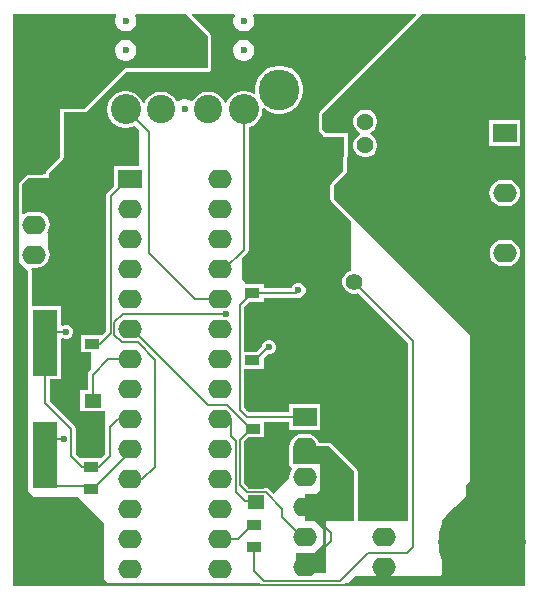
<source format=gtl>
G04*
G04 #@! TF.GenerationSoftware,Altium Limited,Altium Designer,23.4.1 (23)*
G04*
G04 Layer_Physical_Order=1*
G04 Layer_Color=255*
%FSLAX25Y25*%
%MOIN*%
G70*
G04*
G04 #@! TF.SameCoordinates,5AF0CE37-35B5-4E80-83E5-E584D9E567D1*
G04*
G04*
G04 #@! TF.FilePolarity,Positive*
G04*
G01*
G75*
%ADD11C,0.00787*%
%ADD27R,0.05709X0.04724*%
%ADD28R,0.05118X0.03543*%
%ADD29R,0.03543X0.05118*%
%ADD30R,0.08268X0.22047*%
%ADD31C,0.13583*%
%ADD32C,0.05543*%
%ADD33O,0.07874X0.06299*%
%ADD34R,0.07874X0.06299*%
%ADD35C,0.05634*%
%ADD36R,0.05634X0.05634*%
%ADD37C,0.29134*%
%ADD38C,0.10039*%
%ADD39C,0.09449*%
%ADD40C,0.02362*%
G36*
X135630Y191270D02*
X103479Y159119D01*
X103218Y158729D01*
X103127Y158268D01*
X103127Y158268D01*
Y153150D01*
X103218Y152689D01*
X103479Y152298D01*
X103479Y152298D01*
X104639Y151139D01*
X105029Y150877D01*
X105490Y150786D01*
X105490Y150786D01*
X111573D01*
Y144586D01*
X111486Y144455D01*
X111394Y143994D01*
Y139475D01*
X107416Y135497D01*
X107155Y135107D01*
X107063Y134646D01*
X107063Y134646D01*
Y129921D01*
X107063Y129921D01*
X107155Y129460D01*
X107416Y129070D01*
X113779Y122706D01*
Y106236D01*
X113435Y106144D01*
X112534Y105624D01*
X111798Y104888D01*
X111277Y103986D01*
X111008Y102981D01*
Y101940D01*
X111277Y100935D01*
X111798Y100034D01*
X112534Y99298D01*
X113435Y98777D01*
X114440Y98508D01*
X115481D01*
X116397Y98753D01*
X133040Y82111D01*
Y22835D01*
X116165D01*
Y39370D01*
X116073Y39831D01*
X115812Y40222D01*
X107544Y48489D01*
X107154Y48750D01*
X106693Y48842D01*
X106693Y48842D01*
X103312D01*
X102996Y49605D01*
X102301Y50510D01*
X101397Y51204D01*
X100343Y51640D01*
X99213Y51789D01*
X97638D01*
X96507Y51640D01*
X95454Y51204D01*
X94549Y50510D01*
X93855Y49605D01*
X93419Y48552D01*
X93326Y47851D01*
X93284Y47638D01*
Y47529D01*
X93270Y47421D01*
X93284Y47313D01*
Y41732D01*
X93376Y41271D01*
X93637Y40881D01*
X94011Y40630D01*
X94029Y40616D01*
X94214Y40073D01*
X93855Y39605D01*
X93419Y38552D01*
X93270Y37421D01*
X93322Y37023D01*
X88135Y31836D01*
X86545Y33427D01*
X86024Y33775D01*
X85410Y33897D01*
X85409Y33897D01*
X79807D01*
X78377Y35326D01*
Y49236D01*
X79731Y50590D01*
X84941D01*
Y55816D01*
X93307D01*
Y53091D01*
X103543D01*
Y61752D01*
X93307D01*
Y59027D01*
X79858D01*
X78377Y60508D01*
Y73327D01*
X84744D01*
Y76961D01*
X86120Y78338D01*
X86127Y78335D01*
X87067D01*
X87935Y78694D01*
X88599Y79359D01*
X88959Y80227D01*
Y81167D01*
X88599Y82035D01*
X87935Y82699D01*
X87067Y83059D01*
X86127D01*
X85259Y82699D01*
X84594Y82035D01*
X84235Y81167D01*
Y80994D01*
X82473Y79232D01*
X78377D01*
Y93922D01*
X80322Y95866D01*
X84744D01*
Y97213D01*
X95619D01*
X95619Y97213D01*
X95862Y97262D01*
X95927Y97235D01*
X96867D01*
X97735Y97594D01*
X98399Y98259D01*
X98759Y99127D01*
Y100067D01*
X98399Y100935D01*
X97735Y101599D01*
X96867Y101959D01*
X95927D01*
X95059Y101599D01*
X94394Y100935D01*
X94183Y100425D01*
X84744D01*
Y101772D01*
X78803D01*
X78611Y102234D01*
X78740Y102362D01*
X77559Y103543D01*
Y110328D01*
X79285Y112054D01*
X79285Y112054D01*
X79633Y112575D01*
X79755Y113189D01*
Y153938D01*
X79958Y153978D01*
X81087Y154446D01*
X82102Y155124D01*
X82966Y155988D01*
X83645Y157004D01*
X84112Y158132D01*
X84350Y159330D01*
Y160203D01*
X84850Y160410D01*
X84918Y160343D01*
X86224Y159470D01*
X87675Y158869D01*
X89215Y158563D01*
X90785D01*
X92326Y158869D01*
X93776Y159470D01*
X95082Y160343D01*
X96193Y161453D01*
X97065Y162759D01*
X97666Y164210D01*
X97973Y165750D01*
Y167321D01*
X97666Y168861D01*
X97065Y170312D01*
X96193Y171618D01*
X95082Y172728D01*
X93776Y173600D01*
X92326Y174202D01*
X90785Y174508D01*
X89215D01*
X87675Y174202D01*
X86224Y173600D01*
X84918Y172728D01*
X83807Y171618D01*
X82935Y170312D01*
X82334Y168861D01*
X82028Y167321D01*
Y165750D01*
X82106Y165356D01*
X81656Y165056D01*
X81087Y165436D01*
X79958Y165903D01*
X78760Y166142D01*
X77539D01*
X76341Y165903D01*
X75213Y165436D01*
X74197Y164757D01*
X73333Y163894D01*
X72655Y162878D01*
X72355Y162155D01*
X71814Y162155D01*
X71572Y162738D01*
X70926Y163705D01*
X70103Y164528D01*
X69136Y165174D01*
X68061Y165619D01*
X66920Y165846D01*
X65757D01*
X64616Y165619D01*
X63541Y165174D01*
X62574Y164528D01*
X61752Y163705D01*
X61217Y162906D01*
X60697Y162788D01*
X60592Y162804D01*
X59832Y163243D01*
X58931Y163484D01*
X57998D01*
X57097Y163243D01*
X56338Y162804D01*
X56232Y162788D01*
X55712Y162906D01*
X55178Y163705D01*
X54355Y164528D01*
X53388Y165174D01*
X52313Y165619D01*
X51172Y165846D01*
X50009D01*
X48868Y165619D01*
X47793Y165174D01*
X46826Y164528D01*
X46003Y163705D01*
X45357Y162738D01*
X45115Y162154D01*
X44574D01*
X44275Y162878D01*
X43596Y163894D01*
X42732Y164757D01*
X41717Y165436D01*
X40588Y165903D01*
X39390Y166142D01*
X38169D01*
X36971Y165903D01*
X35842Y165436D01*
X34827Y164757D01*
X33963Y163894D01*
X33284Y162878D01*
X32817Y161749D01*
X32579Y160552D01*
Y159330D01*
X32817Y158132D01*
X33284Y157004D01*
X33963Y155988D01*
X34827Y155124D01*
X35842Y154446D01*
X36971Y153978D01*
X38169Y153740D01*
X39390D01*
X40588Y153978D01*
X41717Y154446D01*
X41889Y154561D01*
X43307Y153142D01*
Y141024D01*
X35039D01*
Y134487D01*
X32617Y132064D01*
X32269Y131543D01*
X32146Y130929D01*
X32146Y130929D01*
Y86017D01*
X30972Y84843D01*
X23917D01*
Y78937D01*
X27165D01*
Y73232D01*
X26621Y72687D01*
X26272Y72166D01*
X26150Y71552D01*
X26150Y71552D01*
Y66437D01*
X23720D01*
Y59350D01*
X31791D01*
X31890Y58891D01*
Y45061D01*
X30530Y43701D01*
X23524D01*
X23524Y43701D01*
Y43701D01*
X23165Y43999D01*
X22103Y45062D01*
Y53519D01*
X22103Y53519D01*
X21980Y54133D01*
X21632Y54654D01*
X13613Y62673D01*
Y69980D01*
X17323D01*
Y83477D01*
X17823Y83726D01*
X18527Y83435D01*
X19467D01*
X20335Y83794D01*
X20999Y84459D01*
X21359Y85327D01*
Y86267D01*
X20999Y87135D01*
X20335Y87799D01*
X19467Y88159D01*
X18527D01*
X17823Y87867D01*
X17323Y88117D01*
Y94390D01*
X7503D01*
Y105952D01*
X7503Y105952D01*
X7412Y106413D01*
X7251Y106654D01*
X7453Y107072D01*
X7516Y107128D01*
X9055D01*
X10186Y107277D01*
X11239Y107713D01*
X12144Y108407D01*
X12838Y109312D01*
X13274Y110365D01*
X13423Y111496D01*
X13274Y112627D01*
X12838Y113680D01*
X12784Y113751D01*
X12992Y114173D01*
X12992D01*
Y118504D01*
X12783D01*
X12562Y118952D01*
X12838Y119312D01*
X13274Y120366D01*
X13423Y121496D01*
X13274Y122627D01*
X12838Y123680D01*
X12144Y124585D01*
X11239Y125279D01*
X10186Y125715D01*
X9055Y125864D01*
X7480D01*
X6350Y125715D01*
X5296Y125279D01*
X4854Y124940D01*
X4354Y125186D01*
Y131212D01*
X4338Y131290D01*
X4343Y131369D01*
X4327Y131496D01*
X4343Y131623D01*
X4338Y131702D01*
X4354Y131780D01*
Y134934D01*
X6404Y136985D01*
X11024D01*
X11024Y136985D01*
X11485Y137076D01*
X11618Y137165D01*
X13386D01*
Y138848D01*
X17781Y143243D01*
X18042Y143634D01*
X18133Y144095D01*
X18133Y144095D01*
Y159032D01*
X25197D01*
X25658Y159124D01*
X26048Y159385D01*
X26048Y159385D01*
X39081Y172418D01*
X66142D01*
X66603Y172510D01*
X66993Y172771D01*
X67254Y173161D01*
X67346Y173622D01*
Y184252D01*
X67346Y184252D01*
X67254Y184713D01*
X66993Y185103D01*
X66993Y185103D01*
X60826Y191270D01*
X61018Y191732D01*
X74788D01*
X75077Y191232D01*
X74848Y190836D01*
X74606Y189935D01*
Y189002D01*
X74848Y188101D01*
X75314Y187293D01*
X75974Y186633D01*
X76782Y186167D01*
X77683Y185925D01*
X78616D01*
X79517Y186167D01*
X80325Y186633D01*
X80985Y187293D01*
X81451Y188101D01*
X81693Y189002D01*
Y189935D01*
X81451Y190836D01*
X81223Y191232D01*
X81511Y191732D01*
X135439D01*
X135630Y191270D01*
D02*
G37*
G36*
X66142Y184252D02*
Y173622D01*
X38583D01*
X25197Y160236D01*
X16929D01*
Y144095D01*
X11024Y138189D01*
X5906D01*
X3150Y135433D01*
Y131780D01*
X3112Y131496D01*
X3150Y131212D01*
Y121780D01*
X3112Y121496D01*
X3150Y121212D01*
Y111780D01*
X3112Y111496D01*
X3150Y111212D01*
Y109101D01*
X6299Y105952D01*
Y32677D01*
X8268Y30709D01*
X22835D01*
X31496Y22047D01*
Y3543D01*
X33071Y1969D01*
X83504D01*
X83775Y1656D01*
X83612Y1181D01*
X1181D01*
Y191732D01*
X35418D01*
X35706Y191232D01*
X35478Y190836D01*
X35236Y189935D01*
Y189002D01*
X35478Y188101D01*
X35944Y187293D01*
X36604Y186633D01*
X37412Y186167D01*
X38313Y185925D01*
X39246D01*
X40147Y186167D01*
X40955Y186633D01*
X41615Y187293D01*
X42081Y188101D01*
X42323Y189002D01*
Y189935D01*
X42081Y190836D01*
X41853Y191232D01*
X42141Y191732D01*
X58661D01*
X66142Y184252D01*
D02*
G37*
G36*
X114961Y39370D02*
Y22835D01*
X105512D01*
Y5512D01*
X95669D01*
Y12205D01*
X101969D01*
X104724Y14961D01*
Y20079D01*
X101969Y22835D01*
X98425D01*
Y31890D01*
X103543D01*
Y37137D01*
X103581Y37421D01*
X103543Y37705D01*
Y41732D01*
X99646D01*
X99213Y41789D01*
X97638D01*
X97205Y41732D01*
X94488D01*
Y47638D01*
X106693D01*
X114961Y39370D01*
D02*
G37*
G36*
X172047Y1181D02*
X111664D01*
X111500Y1656D01*
X111771Y1969D01*
X112992D01*
X115354Y4331D01*
X143701D01*
X144095Y4724D01*
Y22835D01*
X152362Y31102D01*
Y34646D01*
X153543Y35827D01*
Y84646D01*
X153543D01*
X108268Y129921D01*
Y134646D01*
X112598Y138976D01*
Y143994D01*
X112777D01*
Y151990D01*
X105490D01*
X104331Y153150D01*
Y158268D01*
X137795Y191732D01*
X172047D01*
Y1181D01*
D02*
G37*
%LPC*%
G36*
X78616Y183169D02*
X77683D01*
X76782Y182928D01*
X75974Y182461D01*
X75314Y181802D01*
X74848Y180994D01*
X74606Y180093D01*
Y179160D01*
X74848Y178258D01*
X75314Y177450D01*
X75974Y176791D01*
X76782Y176324D01*
X77683Y176083D01*
X78616D01*
X79517Y176324D01*
X80325Y176791D01*
X80985Y177450D01*
X81451Y178258D01*
X81693Y179160D01*
Y180093D01*
X81451Y180994D01*
X80985Y181802D01*
X80325Y182461D01*
X79517Y182928D01*
X78616Y183169D01*
D02*
G37*
G36*
X39246D02*
X38313D01*
X37412Y182928D01*
X36604Y182461D01*
X35944Y181802D01*
X35478Y180994D01*
X35236Y180093D01*
Y179160D01*
X35478Y178258D01*
X35944Y177450D01*
X36604Y176791D01*
X37412Y176324D01*
X38313Y176083D01*
X39246D01*
X40147Y176324D01*
X40955Y176791D01*
X41615Y177450D01*
X42081Y178258D01*
X42323Y179160D01*
Y180093D01*
X42081Y180994D01*
X41615Y181802D01*
X40955Y182461D01*
X40147Y182928D01*
X39246Y183169D01*
D02*
G37*
G36*
X170276Y156417D02*
X160039D01*
Y147756D01*
X170276D01*
Y156417D01*
D02*
G37*
G36*
X119148Y159864D02*
X118096D01*
X117079Y159592D01*
X116167Y159065D01*
X115423Y158321D01*
X114897Y157409D01*
X114624Y156392D01*
Y155340D01*
X114897Y154323D01*
X115423Y153411D01*
X116167Y152667D01*
X116967Y152205D01*
X117018Y151982D01*
Y151876D01*
X116967Y151653D01*
X116167Y151191D01*
X115423Y150447D01*
X114897Y149535D01*
X114624Y148518D01*
Y147466D01*
X114897Y146449D01*
X115423Y145537D01*
X116167Y144793D01*
X117079Y144266D01*
X118096Y143994D01*
X119148D01*
X120165Y144266D01*
X121077Y144793D01*
X121821Y145537D01*
X122348Y146449D01*
X122620Y147466D01*
Y148518D01*
X122348Y149535D01*
X121821Y150447D01*
X121077Y151191D01*
X120277Y151653D01*
X120226Y151876D01*
Y151982D01*
X120277Y152205D01*
X121077Y152667D01*
X121821Y153411D01*
X122348Y154323D01*
X122620Y155340D01*
Y156392D01*
X122348Y157409D01*
X121821Y158321D01*
X121077Y159065D01*
X120165Y159592D01*
X119148Y159864D01*
D02*
G37*
G36*
X165945Y136455D02*
X164370D01*
X163240Y136306D01*
X162186Y135870D01*
X161281Y135175D01*
X160587Y134271D01*
X160151Y133217D01*
X160002Y132087D01*
X160151Y130956D01*
X160587Y129903D01*
X161281Y128998D01*
X162186Y128304D01*
X163240Y127867D01*
X164370Y127719D01*
X165945D01*
X167075Y127867D01*
X168129Y128304D01*
X169034Y128998D01*
X169728Y129903D01*
X170164Y130956D01*
X170313Y132087D01*
X170164Y133217D01*
X169728Y134271D01*
X169034Y135175D01*
X168129Y135870D01*
X167075Y136306D01*
X165945Y136455D01*
D02*
G37*
G36*
Y116455D02*
X164370D01*
X163240Y116306D01*
X162186Y115869D01*
X161281Y115175D01*
X160587Y114271D01*
X160151Y113217D01*
X160002Y112087D01*
X160151Y110956D01*
X160587Y109903D01*
X161281Y108998D01*
X162186Y108304D01*
X163240Y107867D01*
X164370Y107719D01*
X165945D01*
X167075Y107867D01*
X168129Y108304D01*
X169034Y108998D01*
X169728Y109903D01*
X170164Y110956D01*
X170313Y112087D01*
X170164Y113217D01*
X169728Y114271D01*
X169034Y115175D01*
X168129Y115869D01*
X167075Y116306D01*
X165945Y116455D01*
D02*
G37*
%LPD*%
D11*
X29921Y1575D02*
X119685D01*
X15748Y15748D02*
X29921Y1575D01*
X119685D02*
X124803Y6693D01*
X81693Y6102D02*
X84933Y2862D01*
X110343D01*
X119685Y12205D01*
X12008Y85797D02*
X18997D01*
X12008Y82185D02*
Y85797D01*
Y62008D02*
Y82185D01*
X20497Y44397D02*
Y53519D01*
X12008Y62008D02*
X20497Y53519D01*
X12008Y44783D02*
Y49997D01*
Y37992D02*
Y44783D01*
Y49997D02*
X18397D01*
X98425Y27421D02*
X107087Y18760D01*
X98425Y7421D02*
X107087Y16083D01*
Y18760D01*
X70157Y16693D02*
X76142D01*
X80905Y21457D01*
X81693D01*
X1969Y139268D02*
X4197Y141496D01*
X1969Y29528D02*
X15748Y15748D01*
X1969Y29528D02*
Y139268D01*
X159843Y107402D02*
X165157Y102087D01*
X159843Y116772D02*
X165157Y122087D01*
X159843Y107402D02*
Y116772D01*
X170866Y127795D02*
Y136378D01*
X165157Y122087D02*
X170866Y127795D01*
X165157Y142087D02*
X170866Y136378D01*
X15748Y177165D02*
X23059D01*
X30539Y184646D01*
X53445D02*
X58465Y179626D01*
X30539Y184646D02*
X53445D01*
X157480Y144203D02*
Y177165D01*
Y15748D02*
Y144203D01*
X124803Y6693D02*
Y7323D01*
X81004Y76279D02*
X81791D01*
X86209Y80697D01*
X86597D01*
X42746Y82284D02*
X48597Y76433D01*
X35039Y84654D02*
X37410Y82284D01*
X42746D01*
X35039Y88939D02*
X37797Y91697D01*
X35039Y84654D02*
Y88939D01*
X30290Y81890D02*
X33752Y85352D01*
Y130929D01*
X36957Y134134D01*
X39516Y136693D01*
X40157D01*
X70157Y106693D02*
X71653D01*
X78150Y113189D02*
Y159941D01*
X71653Y106693D02*
X78150Y113189D01*
X38780Y159941D02*
X46457Y152264D01*
Y112037D02*
X61801Y96693D01*
X46457Y112037D02*
Y152264D01*
X26280Y34252D02*
X27264Y33268D01*
X15748Y34252D02*
X26280D01*
X12008Y37992D02*
X15748Y34252D01*
X75484Y32390D02*
Y49319D01*
X81957Y29263D02*
X82185Y29035D01*
X75484Y32390D02*
X78611Y29263D01*
X81957D01*
X76772Y34661D02*
X79142Y32291D01*
X76772Y34661D02*
Y49901D01*
X79142Y32291D02*
X85410D01*
X73797Y51006D02*
Y56693D01*
Y51006D02*
X75484Y49319D01*
X76772Y49901D02*
X80414Y53543D01*
X40945Y86693D02*
X66220Y61417D01*
X72539D02*
X80414Y53543D01*
X66220Y61417D02*
X72539D01*
X40157Y86693D02*
X40945D01*
X80414Y53543D02*
X81201D01*
X48597Y40893D02*
Y76433D01*
X85410Y32291D02*
X90996Y26704D01*
Y24063D02*
Y26704D01*
X97638Y17421D02*
X98425D01*
X90996Y24063D02*
X97638Y17421D01*
X81693Y6102D02*
Y13976D01*
X132677Y12205D02*
X134646Y14173D01*
X119685Y12205D02*
X132677D01*
X114961Y102461D02*
X134646Y82776D01*
Y14173D02*
Y82776D01*
X76772Y59842D02*
X79193Y57421D01*
X98425D01*
X76772Y59842D02*
Y94587D01*
X81004Y98819D01*
X81097D01*
X95619D01*
X39397Y44868D02*
Y46693D01*
X37797Y91697D02*
X72297D01*
X44397Y36693D02*
X48597Y40893D01*
X40157Y36693D02*
X44397D01*
X14764Y147992D02*
Y154725D01*
X8268Y141496D02*
X14764Y147992D01*
X4197Y141496D02*
X8268D01*
X95619Y98819D02*
X96397Y99597D01*
X24146Y40748D02*
X27264D01*
X20497Y44397D02*
X24146Y40748D01*
X70157Y56693D02*
X73797D01*
X27756Y62894D02*
Y71552D01*
X32897Y76693D01*
X40157D01*
X39397Y46693D02*
X40157D01*
X27797Y33268D02*
X39397Y44868D01*
X27264Y33268D02*
X27797D01*
X36193Y56693D02*
X40157D01*
X33497Y53997D02*
X36193Y56693D01*
X33497Y44397D02*
Y53997D01*
X29848Y40748D02*
X33497Y44397D01*
X27264Y40748D02*
X29848D01*
X61801Y96693D02*
X70157D01*
X27657Y81890D02*
X30290D01*
X157480Y144203D02*
X159597Y142087D01*
X165157D01*
X98425Y27421D02*
X104543Y33539D01*
Y41303D01*
X98425Y47421D02*
X104543Y41303D01*
X15748Y166381D02*
Y177165D01*
X14764Y165397D02*
X15748Y166381D01*
X14764Y154725D02*
Y165397D01*
D27*
X82185Y35728D02*
D03*
Y29035D02*
D03*
X27756Y56201D02*
D03*
Y62894D02*
D03*
D28*
X81004Y106299D02*
D03*
Y98819D02*
D03*
Y83760D02*
D03*
Y76279D02*
D03*
X81201Y61024D02*
D03*
Y53543D02*
D03*
X81693Y21457D02*
D03*
Y13976D02*
D03*
X27657Y89370D02*
D03*
Y81890D02*
D03*
X27264Y40748D02*
D03*
Y33268D02*
D03*
D29*
X14764Y154725D02*
D03*
X22244D02*
D03*
D30*
X12008Y82185D02*
D03*
Y44783D02*
D03*
D31*
X137402Y166535D02*
D03*
X90000D02*
D03*
D32*
X114961Y132382D02*
D03*
Y102461D02*
D03*
D33*
X70157Y6693D02*
D03*
Y16693D02*
D03*
Y26693D02*
D03*
Y36693D02*
D03*
Y46693D02*
D03*
Y56693D02*
D03*
Y66693D02*
D03*
Y76693D02*
D03*
Y86693D02*
D03*
Y96693D02*
D03*
Y106693D02*
D03*
Y116693D02*
D03*
Y126693D02*
D03*
Y136693D02*
D03*
X40157Y6693D02*
D03*
Y16693D02*
D03*
Y26693D02*
D03*
Y36693D02*
D03*
Y46693D02*
D03*
Y56693D02*
D03*
Y66693D02*
D03*
Y76693D02*
D03*
Y86693D02*
D03*
Y96693D02*
D03*
Y106693D02*
D03*
Y116693D02*
D03*
Y126693D02*
D03*
X165157Y142087D02*
D03*
Y132087D02*
D03*
Y122087D02*
D03*
Y112087D02*
D03*
Y102087D02*
D03*
X98425Y47421D02*
D03*
Y37421D02*
D03*
Y27421D02*
D03*
Y17421D02*
D03*
Y7421D02*
D03*
X124803Y17323D02*
D03*
Y7323D02*
D03*
X8268Y111496D02*
D03*
Y121496D02*
D03*
Y131496D02*
D03*
D34*
X40157Y136693D02*
D03*
X165157Y152087D02*
D03*
X98425Y57421D02*
D03*
X124803Y27323D02*
D03*
X8268Y141496D02*
D03*
D35*
X108779Y155866D02*
D03*
X118622D02*
D03*
Y147992D02*
D03*
D36*
X108779D02*
D03*
D37*
X157480Y177165D02*
D03*
X15748Y15748D02*
D03*
X157480D02*
D03*
X15748Y177165D02*
D03*
D38*
X58465Y179626D02*
D03*
X38780Y159941D02*
D03*
X78150D02*
D03*
D39*
X50591D02*
D03*
X66339D02*
D03*
D40*
X78150Y189469D02*
D03*
Y179626D02*
D03*
X58465Y159941D02*
D03*
X38780Y189469D02*
D03*
Y179626D02*
D03*
X18997Y85797D02*
D03*
X72297Y91697D02*
D03*
X96397Y99597D02*
D03*
X86597Y80697D02*
D03*
X18397Y49997D02*
D03*
M02*

</source>
